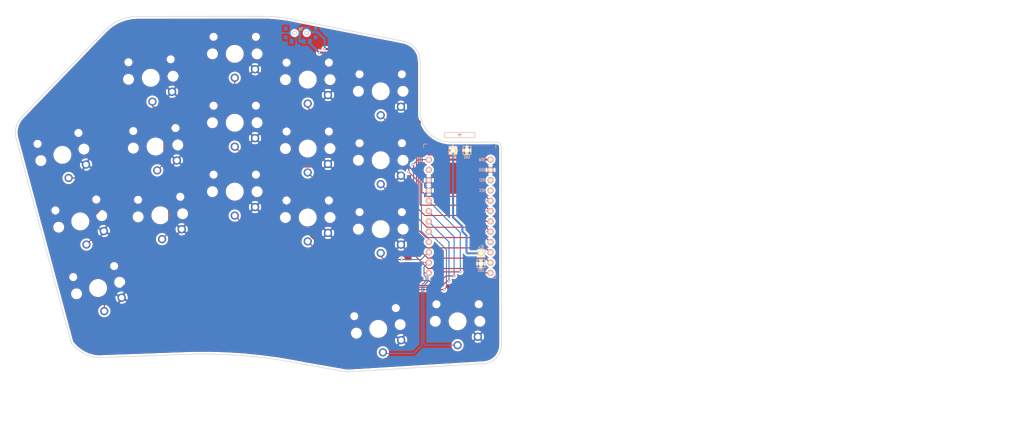
<source format=kicad_pcb>
(kicad_pcb (version 20171130) (host pcbnew "(5.1.10-1-10_14)")
  (title_block (title hypergolic) (date 2020-12-26) (rev 0.1) (company broomlabs))
  (layers (0 F.Cu signal) (31 B.Cu signal) (34 B.Paste user) (35 F.Paste user) (36 B.SilkS user) (37 F.SilkS user) (38 B.Mask user) (39 F.Mask user) (44 Edge.Cuts user))
  (net 0 "")
  (net 1 reset)
  (net 2 BT+)
  (net 3 gnd)
  (net 4 vcc)
  (net 5 Switch18)
  (net 6 Switch1)
  (net 7 Switch2)
  (net 8 Switch3)
  (net 9 Switch4)
  (net 10 Switch5)
  (net 11 Switch6)
  (net 12 Switch7)
  (net 13 Switch8)
  (net 14 Switch9)
  (net 15 Switch10)
  (net 16 Switch11)
  (net 17 Switch12)
  (net 18 Switch13)
  (net 19 Switch14)
  (net 20 Switch15)
  (net 21 Switch16)
  (net 22 Switch17)
  (net 23 "Net-(SW_POWER1-Pad1)")
  (net 24 raw)
  (module "" (layer F.Cu) (at 140.64 71.85)
    (fp_text reference "" (at 133.83 46.51) (layer F.SilkS) (effects (font (size 1.27 1.27))))
    (fp_text value "" (at 133.83 46.51) (layer F.SilkS) (effects (font (size 1.27 1.27))))
    (fp_text user BT+ (at 0.076 -1.55) (layer B.SilkS) (effects (font (size 0.75 0.5) (thickness 0.125)) (justify mirror)))
  )
  (module "" (layer F.Cu) (at 133.83 46.51)
    (fp_text reference "" (at 98 46.04) (layer F.SilkS) (effects (font (size 1.27 1.27))))
    (fp_text value "" (at 98 46.04) (layer F.SilkS) (effects (font (size 1.27 1.27))))
    (fp_text user BT+ (at 0.028 1.623) (layer B.SilkS) (effects (font (size 0.75 0.5) (thickness 0.125)) (justify mirror)))
  )
  (module Kailh:SW_PG1350_rev_DPB (layer F.Cu) (at 98 46.04)
    (fp_text reference SW11 hide)
    (fp_text value SW_Push hide)
    (pad "" np_thru_hole circle (at -5.5 0) (size 1.7018 1.7018) (drill 1.7018) (layers *.Cu *.Mask))
    (pad "" np_thru_hole circle (at 5.5 0) (size 1.7018 1.7018) (drill 1.7018) (layers *.Cu *.Mask))
    (pad "" np_thru_hole circle (at 5.22 -4.2) (size 0.9906 0.9906) (drill 0.9906) (layers *.Cu *.Mask))
    (pad 1 thru_hole circle (at 0 5.9) (size 2.032 2.032) (drill 1.27) (layers *.Cu *.Mask) (net 14 Switch9))
    (pad 2 thru_hole circle (at 5 3.8) (size 2.032 2.032) (drill 1.27) (layers *.Cu *.Mask) (net 3 gnd))
    (pad "" np_thru_hole circle (at 0 0) (size 3.429 3.429) (drill 3.429) (layers *.Cu *.Mask))
    (pad 2 thru_hole circle (at 5 3.8) (size 2.032 2.032) (drill 1.27) (layers *.Cu *.Mask) (net 3 gnd))
    (pad "" np_thru_hole circle (at -5.22 -4.2) (size 0.9906 0.9906) (drill 0.9906) (layers *.Cu *.Mask))
  )
  (module Kailh:SW_PG1350_rev_DPB (layer F.Cu) (at 116 65.92)
    (fp_text reference SW18 hide)
    (fp_text value SW_Push hide)
    (pad "" np_thru_hole circle (at -5.5 0) (size 1.7018 1.7018) (drill 1.7018) (layers *.Cu *.Mask))
    (pad "" np_thru_hole circle (at 5.5 0) (size 1.7018 1.7018) (drill 1.7018) (layers *.Cu *.Mask))
    (pad "" np_thru_hole circle (at 5.22 -4.2) (size 0.9906 0.9906) (drill 0.9906) (layers *.Cu *.Mask))
    (pad 1 thru_hole circle (at 0 5.9) (size 2.032 2.032) (drill 1.27) (layers *.Cu *.Mask) (net 20 Switch15))
    (pad 2 thru_hole circle (at 5 3.8) (size 2.032 2.032) (drill 1.27) (layers *.Cu *.Mask) (net 3 gnd))
    (pad "" np_thru_hole circle (at 0 0) (size 3.429 3.429) (drill 3.429) (layers *.Cu *.Mask))
    (pad 2 thru_hole circle (at 5 3.8) (size 2.032 2.032) (drill 1.27) (layers *.Cu *.Mask) (net 3 gnd))
    (pad "" np_thru_hole circle (at -5.22 -4.2) (size 0.9906 0.9906) (drill 0.9906) (layers *.Cu *.Mask))
  )
  (module Kailh:SW_PG1350_rev_DPB (layer F.Cu) (at 59.2853 28.5816 4)
    (fp_text reference SW3 hide)
    (fp_text value SW_Push hide)
    (pad "" np_thru_hole circle (at -5.5 0 4) (size 1.7018 1.7018) (drill 1.7018) (layers *.Cu *.Mask))
    (pad "" np_thru_hole circle (at 5.5 0 4) (size 1.7018 1.7018) (drill 1.7018) (layers *.Cu *.Mask))
    (pad "" np_thru_hole circle (at 5.22 -4.2 4) (size 0.9906 0.9906) (drill 0.9906) (layers *.Cu *.Mask))
    (pad 1 thru_hole circle (at 0 5.9 4) (size 2.032 2.032) (drill 1.27) (layers *.Cu *.Mask) (net 7 Switch2))
    (pad 2 thru_hole circle (at 5 3.8 4) (size 2.032 2.032) (drill 1.27) (layers *.Cu *.Mask) (net 3 gnd))
    (pad "" np_thru_hole circle (at 0 0 4) (size 3.429 3.429) (drill 3.429) (layers *.Cu *.Mask))
    (pad 2 thru_hole circle (at 5 3.8 4) (size 2.032 2.032) (drill 1.27) (layers *.Cu *.Mask) (net 3 gnd))
    (pad "" np_thru_hole circle (at -5.22 -4.2 4) (size 0.9906 0.9906) (drill 0.9906) (layers *.Cu *.Mask))
  )
  (module Kailh:SW_PG1350_rev_DPB (layer F.Cu) (at 116 48.92)
    (fp_text reference SW12 hide)
    (fp_text value SW_Push hide)
    (pad "" np_thru_hole circle (at -5.5 0) (size 1.7018 1.7018) (drill 1.7018) (layers *.Cu *.Mask))
    (pad "" np_thru_hole circle (at 5.5 0) (size 1.7018 1.7018) (drill 1.7018) (layers *.Cu *.Mask))
    (pad "" np_thru_hole circle (at 5.22 -4.2) (size 0.9906 0.9906) (drill 0.9906) (layers *.Cu *.Mask))
    (pad 1 thru_hole circle (at 0 5.9) (size 2.032 2.032) (drill 1.27) (layers *.Cu *.Mask) (net 15 Switch10))
    (pad 2 thru_hole circle (at 5 3.8) (size 2.032 2.032) (drill 1.27) (layers *.Cu *.Mask) (net 3 gnd))
    (pad "" np_thru_hole circle (at 0 0) (size 3.429 3.429) (drill 3.429) (layers *.Cu *.Mask))
    (pad 2 thru_hole circle (at 5 3.8) (size 2.032 2.032) (drill 1.27) (layers *.Cu *.Mask) (net 3 gnd))
    (pad "" np_thru_hole circle (at -5.22 -4.2) (size 0.9906 0.9906) (drill 0.9906) (layers *.Cu *.Mask))
  )
  (module Kailh:SW_PG1350_rev_DPB (layer F.Cu) (at 134.966 88.646)
    (fp_text reference SW21 hide)
    (fp_text value SW_Push hide)
    (pad "" np_thru_hole circle (at -5.5 0) (size 1.7018 1.7018) (drill 1.7018) (layers *.Cu *.Mask))
    (pad "" np_thru_hole circle (at 5.5 0) (size 1.7018 1.7018) (drill 1.7018) (layers *.Cu *.Mask))
    (pad "" np_thru_hole circle (at 5.22 -4.2) (size 0.9906 0.9906) (drill 0.9906) (layers *.Cu *.Mask))
    (pad 1 thru_hole circle (at 0 5.9) (size 2.032 2.032) (drill 1.27) (layers *.Cu *.Mask) (net 22 Switch17))
    (pad 2 thru_hole circle (at 5 3.8) (size 2.032 2.032) (drill 1.27) (layers *.Cu *.Mask) (net 3 gnd))
    (pad "" np_thru_hole circle (at 0 0) (size 3.429 3.429) (drill 3.429) (layers *.Cu *.Mask))
    (pad 2 thru_hole circle (at 5 3.8) (size 2.032 2.032) (drill 1.27) (layers *.Cu *.Mask) (net 3 gnd))
    (pad "" np_thru_hole circle (at -5.22 -4.2) (size 0.9906 0.9906) (drill 0.9906) (layers *.Cu *.Mask))
  )
  (module Kailh:SW_PG1350_rev_DPB (layer F.Cu) (at 115.408 90.514 11)
    (fp_text reference SW20 hide)
    (fp_text value SW_Push hide)
    (pad "" np_thru_hole circle (at -5.5 0 11) (size 1.7018 1.7018) (drill 1.7018) (layers *.Cu *.Mask))
    (pad "" np_thru_hole circle (at 5.5 0 11) (size 1.7018 1.7018) (drill 1.7018) (layers *.Cu *.Mask))
    (pad "" np_thru_hole circle (at 5.22 -4.2 11) (size 0.9906 0.9906) (drill 0.9906) (layers *.Cu *.Mask))
    (pad 1 thru_hole circle (at 0 5.9 11) (size 2.032 2.032) (drill 1.27) (layers *.Cu *.Mask) (net 21 Switch16))
    (pad 2 thru_hole circle (at 5 3.8 11) (size 2.032 2.032) (drill 1.27) (layers *.Cu *.Mask) (net 3 gnd))
    (pad "" np_thru_hole circle (at 0 0 11) (size 3.429 3.429) (drill 3.429) (layers *.Cu *.Mask))
    (pad 2 thru_hole circle (at 5 3.8 11) (size 2.032 2.032) (drill 1.27) (layers *.Cu *.Mask) (net 3 gnd))
    (pad "" np_thru_hole circle (at -5.22 -4.2 11) (size 0.9906 0.9906) (drill 0.9906) (layers *.Cu *.Mask))
  )
  (module Kailh:SW_PG1350_rev_DPB (layer F.Cu) (at 98 63.045)
    (fp_text reference SW17 hide)
    (fp_text value SW_Push hide)
    (pad "" np_thru_hole circle (at -5.5 0) (size 1.7018 1.7018) (drill 1.7018) (layers *.Cu *.Mask))
    (pad "" np_thru_hole circle (at 5.5 0) (size 1.7018 1.7018) (drill 1.7018) (layers *.Cu *.Mask))
    (pad "" np_thru_hole circle (at 5.22 -4.2) (size 0.9906 0.9906) (drill 0.9906) (layers *.Cu *.Mask))
    (pad 1 thru_hole circle (at 0 5.9) (size 2.032 2.032) (drill 1.27) (layers *.Cu *.Mask) (net 19 Switch14))
    (pad 2 thru_hole circle (at 5 3.8) (size 2.032 2.032) (drill 1.27) (layers *.Cu *.Mask) (net 3 gnd))
    (pad "" np_thru_hole circle (at 0 0) (size 3.429 3.429) (drill 3.429) (layers *.Cu *.Mask))
    (pad 2 thru_hole circle (at 5 3.8) (size 2.032 2.032) (drill 1.27) (layers *.Cu *.Mask) (net 3 gnd))
    (pad "" np_thru_hole circle (at -5.22 -4.2) (size 0.9906 0.9906) (drill 0.9906) (layers *.Cu *.Mask))
  )
  (module Kailh:SW_PG1350_rev_DPB (layer F.Cu) (at 80 56.67)
    (fp_text reference SW16 hide)
    (fp_text value SW_Push hide)
    (pad "" np_thru_hole circle (at -5.5 0) (size 1.7018 1.7018) (drill 1.7018) (layers *.Cu *.Mask))
    (pad "" np_thru_hole circle (at 5.5 0) (size 1.7018 1.7018) (drill 1.7018) (layers *.Cu *.Mask))
    (pad "" np_thru_hole circle (at 5.22 -4.2) (size 0.9906 0.9906) (drill 0.9906) (layers *.Cu *.Mask))
    (pad 1 thru_hole circle (at 0 5.9) (size 2.032 2.032) (drill 1.27) (layers *.Cu *.Mask) (net 18 Switch13))
    (pad 2 thru_hole circle (at 5 3.8) (size 2.032 2.032) (drill 1.27) (layers *.Cu *.Mask) (net 3 gnd))
    (pad "" np_thru_hole circle (at 0 0) (size 3.429 3.429) (drill 3.429) (layers *.Cu *.Mask))
    (pad 2 thru_hole circle (at 5 3.8) (size 2.032 2.032) (drill 1.27) (layers *.Cu *.Mask) (net 3 gnd))
    (pad "" np_thru_hole circle (at -5.22 -4.2) (size 0.9906 0.9906) (drill 0.9906) (layers *.Cu *.Mask))
  )
  (module Kailh:SW_PG1350_rev_DPB (layer F.Cu) (at 61.6573 62.5037 4)
    (fp_text reference SW15 hide)
    (fp_text value SW_Push hide)
    (pad "" np_thru_hole circle (at -5.5 0 4) (size 1.7018 1.7018) (drill 1.7018) (layers *.Cu *.Mask))
    (pad "" np_thru_hole circle (at 5.5 0 4) (size 1.7018 1.7018) (drill 1.7018) (layers *.Cu *.Mask))
    (pad "" np_thru_hole circle (at 5.22 -4.2 4) (size 0.9906 0.9906) (drill 0.9906) (layers *.Cu *.Mask))
    (pad 1 thru_hole circle (at 0 5.9 4) (size 2.032 2.032) (drill 1.27) (layers *.Cu *.Mask) (net 17 Switch12))
    (pad 2 thru_hole circle (at 5 3.8 4) (size 2.032 2.032) (drill 1.27) (layers *.Cu *.Mask) (net 3 gnd))
    (pad "" np_thru_hole circle (at 0 0 4) (size 3.429 3.429) (drill 3.429) (layers *.Cu *.Mask))
    (pad 2 thru_hole circle (at 5 3.8 4) (size 2.032 2.032) (drill 1.27) (layers *.Cu *.Mask) (net 3 gnd))
    (pad "" np_thru_hole circle (at -5.22 -4.2 4) (size 0.9906 0.9906) (drill 0.9906) (layers *.Cu *.Mask))
  )
  (module Kailh:SW_PG1350_rev_DPB (layer F.Cu) (at 80 39.67)
    (fp_text reference SW10 hide)
    (fp_text value SW_Push hide)
    (pad "" np_thru_hole circle (at -5.5 0) (size 1.7018 1.7018) (drill 1.7018) (layers *.Cu *.Mask))
    (pad "" np_thru_hole circle (at 5.5 0) (size 1.7018 1.7018) (drill 1.7018) (layers *.Cu *.Mask))
    (pad "" np_thru_hole circle (at 5.22 -4.2) (size 0.9906 0.9906) (drill 0.9906) (layers *.Cu *.Mask))
    (pad 1 thru_hole circle (at 0 5.9) (size 2.032 2.032) (drill 1.27) (layers *.Cu *.Mask) (net 13 Switch8))
    (pad 2 thru_hole circle (at 5 3.8) (size 2.032 2.032) (drill 1.27) (layers *.Cu *.Mask) (net 3 gnd))
    (pad "" np_thru_hole circle (at 0 0) (size 3.429 3.429) (drill 3.429) (layers *.Cu *.Mask))
    (pad 2 thru_hole circle (at 5 3.8) (size 2.032 2.032) (drill 1.27) (layers *.Cu *.Mask) (net 3 gnd))
    (pad "" np_thru_hole circle (at -5.22 -4.2) (size 0.9906 0.9906) (drill 0.9906) (layers *.Cu *.Mask))
  )
  (module Kailh:SW_PG1350_rev_DPB (layer F.Cu) (at 116 31.92)
    (fp_text reference SW6 hide)
    (fp_text value SW_Push hide)
    (pad "" np_thru_hole circle (at -5.5 0) (size 1.7018 1.7018) (drill 1.7018) (layers *.Cu *.Mask))
    (pad "" np_thru_hole circle (at 5.5 0) (size 1.7018 1.7018) (drill 1.7018) (layers *.Cu *.Mask))
    (pad "" np_thru_hole circle (at 5.22 -4.2) (size 0.9906 0.9906) (drill 0.9906) (layers *.Cu *.Mask))
    (pad 1 thru_hole circle (at 0 5.9) (size 2.032 2.032) (drill 1.27) (layers *.Cu *.Mask) (net 10 Switch5))
    (pad 2 thru_hole circle (at 5 3.8) (size 2.032 2.032) (drill 1.27) (layers *.Cu *.Mask) (net 3 gnd))
    (pad "" np_thru_hole circle (at 0 0) (size 3.429 3.429) (drill 3.429) (layers *.Cu *.Mask))
    (pad 2 thru_hole circle (at 5 3.8) (size 2.032 2.032) (drill 1.27) (layers *.Cu *.Mask) (net 3 gnd))
    (pad "" np_thru_hole circle (at -5.22 -4.2) (size 0.9906 0.9906) (drill 0.9906) (layers *.Cu *.Mask))
  )
  (module Kailh:SW_PG1350_rev_DPB (layer F.Cu) (at 98 29.04)
    (fp_text reference SW5 hide)
    (fp_text value SW_Push hide)
    (pad "" np_thru_hole circle (at -5.5 0) (size 1.7018 1.7018) (drill 1.7018) (layers *.Cu *.Mask))
    (pad "" np_thru_hole circle (at 5.5 0) (size 1.7018 1.7018) (drill 1.7018) (layers *.Cu *.Mask))
    (pad "" np_thru_hole circle (at 5.22 -4.2) (size 0.9906 0.9906) (drill 0.9906) (layers *.Cu *.Mask))
    (pad 1 thru_hole circle (at 0 5.9) (size 2.032 2.032) (drill 1.27) (layers *.Cu *.Mask) (net 9 Switch4))
    (pad 2 thru_hole circle (at 5 3.8) (size 2.032 2.032) (drill 1.27) (layers *.Cu *.Mask) (net 3 gnd))
    (pad "" np_thru_hole circle (at 0 0) (size 3.429 3.429) (drill 3.429) (layers *.Cu *.Mask))
    (pad 2 thru_hole circle (at 5 3.8) (size 2.032 2.032) (drill 1.27) (layers *.Cu *.Mask) (net 3 gnd))
    (pad "" np_thru_hole circle (at -5.22 -4.2) (size 0.9906 0.9906) (drill 0.9906) (layers *.Cu *.Mask))
  )
  (module Kailh:SW_PG1350_rev_DPB (layer F.Cu) (at 80 22.68)
    (fp_text reference SW4 hide)
    (fp_text value SW_Push hide)
    (pad "" np_thru_hole circle (at -5.5 0) (size 1.7018 1.7018) (drill 1.7018) (layers *.Cu *.Mask))
    (pad "" np_thru_hole circle (at 5.5 0) (size 1.7018 1.7018) (drill 1.7018) (layers *.Cu *.Mask))
    (pad "" np_thru_hole circle (at 5.22 -4.2) (size 0.9906 0.9906) (drill 0.9906) (layers *.Cu *.Mask))
    (pad 1 thru_hole circle (at 0 5.9) (size 2.032 2.032) (drill 1.27) (layers *.Cu *.Mask) (net 8 Switch3))
    (pad 2 thru_hole circle (at 5 3.8) (size 2.032 2.032) (drill 1.27) (layers *.Cu *.Mask) (net 3 gnd))
    (pad "" np_thru_hole circle (at 0 0) (size 3.429 3.429) (drill 3.429) (layers *.Cu *.Mask))
    (pad 2 thru_hole circle (at 5 3.8) (size 2.032 2.032) (drill 1.27) (layers *.Cu *.Mask) (net 3 gnd))
    (pad "" np_thru_hole circle (at -5.22 -4.2) (size 0.9906 0.9906) (drill 0.9906) (layers *.Cu *.Mask))
  )
  (module Kailh:SW_PG1350_rev_DPB (layer F.Cu) (at 60.4711 45.5402 4)
    (fp_text reference SW9 hide)
    (fp_text value SW_Push hide)
    (pad "" np_thru_hole circle (at -5.5 0 4) (size 1.7018 1.7018) (drill 1.7018) (layers *.Cu *.Mask))
    (pad "" np_thru_hole circle (at 5.5 0 4) (size 1.7018 1.7018) (drill 1.7018) (layers *.Cu *.Mask))
    (pad "" np_thru_hole circle (at 5.22 -4.2 4) (size 0.9906 0.9906) (drill 0.9906) (layers *.Cu *.Mask))
    (pad 1 thru_hole circle (at 0 5.9 4) (size 2.032 2.032) (drill 1.27) (layers *.Cu *.Mask) (net 12 Switch7))
    (pad 2 thru_hole circle (at 5 3.8 4) (size 2.032 2.032) (drill 1.27) (layers *.Cu *.Mask) (net 3 gnd))
    (pad "" np_thru_hole circle (at 0 0 4) (size 3.429 3.429) (drill 3.429) (layers *.Cu *.Mask))
    (pad 2 thru_hole circle (at 5 3.8 4) (size 2.032 2.032) (drill 1.27) (layers *.Cu *.Mask) (net 3 gnd))
    (pad "" np_thru_hole circle (at -5.22 -4.2 4) (size 0.9906 0.9906) (drill 0.9906) (layers *.Cu *.Mask))
  )
  (module kbd:1pin_conn (layer F.Cu) (at 140.716 74.422)
    (fp_text reference GND (at 0 1.651) (layer B.SilkS) (effects (font (size 0.75 0.5) (thickness 0.125)) (justify mirror)))
    (fp_text value MountingHole_Pad hide)
    (pad 1 thru_hole circle (at 0 0) (size 1.397 1.397) (drill 0.8128) (layers *.Cu *.Mask F.SilkS) (net 3 gnd))
  )
  (module kbd:1pin_conn (layer F.Cu) (at 140.716 71.882)
    (fp_text reference " " (at 0 1.651) (layer F.SilkS) (effects (font (size 0.8128 0.8128))))
    (fp_text value Val** hide)
    (fp_text user " " (at 0 1.651) (layer B.SilkS) (effects (font (size 0.8128 0.8128)) (justify mirror)))
    (pad 1 thru_hole circle (at 0 0) (size 1.397 1.397) (drill 0.8128) (layers *.Cu *.Mask F.SilkS) (net 2 BT+))
  )
  (module kbd:ProMicro_DPB (layer B.Cu) (at 135.482 63.246 180)
    (fp_text reference U1 hide)
    (fp_text value ProMicro-kbd hide)
    (fp_text user VCC (at -5.478 6.858 unlocked) (layer B.SilkS) (effects (font (size 0.75 0.5) (thickness 0.125)) (justify mirror)))
    (fp_text user RST (at -5.478 9.398 unlocked) (layer B.SilkS) (effects (font (size 0.75 0.5) (thickness 0.125)) (justify mirror)))
    (fp_text user GND (at -5.478 11.938 unlocked) (layer B.SilkS) (effects (font (size 0.75 0.5) (thickness 0.125)) (justify mirror)))
    (fp_text user RAW (at -5.478 14.478 unlocked) (layer B.SilkS) (effects (font (size 0.75 0.5) (thickness 0.125)) (justify mirror)))
    (fp_text user "" (at -0.545 17.4) (layer B.SilkS) (effects (justify mirror)))
    (fp_text user "" (at -1.2515 16.256) (layer F.SilkS))
    (pad 1 thru_hole circle (at 7.6114 14.478 180) (size 1.524 1.524) (drill 0.8128) (layers *.Cu *.Mask B.SilkS) (net 15 Switch10))
    (pad 2 thru_hole circle (at 7.6114 11.938 180) (size 1.524 1.524) (drill 0.8128) (layers *.Cu *.Mask B.SilkS) (net 5 Switch18))
    (pad 3 thru_hole circle (at 7.6114 9.398 180) (size 1.524 1.524) (drill 0.8128) (layers *.Cu *.Mask B.SilkS) (net 3 gnd))
    (pad 4 thru_hole circle (at 7.6114 6.858 180) (size 1.524 1.524) (drill 0.8128) (layers *.Cu *.Mask B.SilkS) (net 3 gnd))
    (pad 5 thru_hole circle (at 7.6114 4.318 180) (size 1.524 1.524) (drill 0.8128) (layers *.Cu *.Mask B.SilkS) (net 16 Switch11))
    (pad 6 thru_hole circle (at 7.6114 1.778 180) (size 1.524 1.524) (drill 0.8128) (layers *.Cu *.Mask B.SilkS) (net 17 Switch12))
    (pad 7 thru_hole circle (at 7.6114 -0.762 180) (size 1.524 1.524) (drill 0.8128) (layers *.Cu *.Mask B.SilkS) (net 18 Switch13))
    (pad 8 thru_hole circle (at 7.6114 -3.302 180) (size 1.524 1.524) (drill 0.8128) (layers *.Cu *.Mask B.SilkS) (net 19 Switch14))
    (pad 9 thru_hole circle (at 7.6114 -5.842 180) (size 1.524 1.524) (drill 0.8128) (layers *.Cu *.Mask B.SilkS) (net 6 Switch1))
    (pad 10 thru_hole circle (at 7.6114 -8.382 180) (size 1.524 1.524) (drill 0.8128) (layers *.Cu *.Mask B.SilkS) (net 20 Switch15))
    (pad 11 thru_hole circle (at 7.6114 -10.922 180) (size 1.524 1.524) (drill 0.8128) (layers *.Cu *.Mask B.SilkS) (net 21 Switch16))
    (pad 12 thru_hole circle (at 7.6114 -13.462 180) (size 1.524 1.524) (drill 0.8128) (layers *.Cu *.Mask B.SilkS) (net 22 Switch17))
    (pad 13 thru_hole circle (at -7.6086 -13.462 180) (size 1.524 1.524) (drill 0.8128) (layers *.Cu *.Mask B.SilkS) (net 14 Switch9))
    (pad 14 thru_hole circle (at -7.6086 -10.922 180) (size 1.524 1.524) (drill 0.8128) (layers *.Cu *.Mask B.SilkS) (net 13 Switch8))
    (pad 15 thru_hole circle (at -7.6086 -8.382 180) (size 1.524 1.524) (drill 0.8128) (layers *.Cu *.Mask B.SilkS) (net 12 Switch7))
    (pad 16 thru_hole circle (at -7.6086 -5.842 180) (size 1.524 1.524) (drill 0.8128) (layers *.Cu *.Mask B.SilkS) (net 11 Switch6))
    (pad 17 thru_hole circle (at -7.6086 -3.302 180) (size 1.524 1.524) (drill 0.8128) (layers *.Cu *.Mask B.SilkS) (net 7 Switch2))
    (pad 18 thru_hole circle (at -7.6086 -0.762 180) (size 1.524 1.524) (drill 0.8128) (layers *.Cu *.Mask B.SilkS) (net 8 Switch3))
    (pad 19 thru_hole circle (at -7.6086 1.778 180) (size 1.524 1.524) (drill 0.8128) (layers *.Cu *.Mask B.SilkS) (net 9 Switch4))
    (pad 20 thru_hole circle (at -7.6086 4.318 180) (size 1.524 1.524) (drill 0.8128) (layers *.Cu *.Mask B.SilkS) (net 10 Switch5))
    (pad 21 thru_hole circle (at -7.6086 6.858 180) (size 1.524 1.524) (drill 0.8128) (layers *.Cu *.Mask B.SilkS) (net 4 vcc))
    (pad 22 thru_hole circle (at -7.6086 9.398 180) (size 1.524 1.524) (drill 0.8128) (layers *.Cu *.Mask B.SilkS) (net 1 reset))
    (pad 23 thru_hole circle (at -7.6086 11.938 180) (size 1.524 1.524) (drill 0.8128) (layers *.Cu *.Mask B.SilkS) (net 3 gnd))
    (pad 24 thru_hole circle (at -7.6086 14.478 180) (size 1.524 1.524) (drill 0.8128) (layers *.Cu *.Mask B.SilkS) (net 24 raw))
  )
  (module kbd:1pin_conn (layer F.Cu) (at 133.858 46.482)
    (fp_text reference " " (at 0 1.651) (layer F.SilkS) (effects (font (size 0.8128 0.8128))))
    (fp_text value Val** hide)
    (pad 1 thru_hole circle (at 0 0) (size 1.397 1.397) (drill 0.8128) (layers *.Cu *.Mask F.SilkS) (net 2 BT+))
  )
  (module Kailh:SW_PG1350_rev_DPB (layer F.Cu) (at 46.2925 80.4417 15)
    (fp_text reference SW14 hide)
    (fp_text value SW_Push hide)
    (pad "" np_thru_hole circle (at -5.5 0 15) (size 1.7018 1.7018) (drill 1.7018) (layers *.Cu *.Mask))
    (pad "" np_thru_hole circle (at 5.5 0 15) (size 1.7018 1.7018) (drill 1.7018) (layers *.Cu *.Mask))
    (pad "" np_thru_hole circle (at 5.22 -4.2 15) (size 0.9906 0.9906) (drill 0.9906) (layers *.Cu *.Mask))
    (pad 1 thru_hole circle (at 0 5.9 15) (size 2.032 2.032) (drill 1.27) (layers *.Cu *.Mask) (net 16 Switch11))
    (pad 2 thru_hole circle (at 5 3.8 15) (size 2.032 2.032) (drill 1.27) (layers *.Cu *.Mask) (net 3 gnd))
    (pad "" np_thru_hole circle (at 0 0 15) (size 3.429 3.429) (drill 3.429) (layers *.Cu *.Mask))
    (pad 2 thru_hole circle (at 5 3.8 15) (size 2.032 2.032) (drill 1.27) (layers *.Cu *.Mask) (net 3 gnd))
    (pad "" np_thru_hole circle (at -5.22 -4.2 15) (size 0.9906 0.9906) (drill 0.9906) (layers *.Cu *.Mask))
  )
  (module Kailh:SW_PG1350_rev_DPB (layer F.Cu) (at 41.8913 64.0161 15)
    (fp_text reference SW8 hide)
    (fp_text value SW_Push hide)
    (pad "" np_thru_hole circle (at -5.5 0 15) (size 1.7018 1.7018) (drill 1.7018) (layers *.Cu *.Mask))
    (pad "" np_thru_hole circle (at 5.5 0 15) (size 1.7018 1.7018) (drill 1.7018) (layers *.Cu *.Mask))
    (pad "" np_thru_hole circle (at 5.22 -4.2 15) (size 0.9906 0.9906) (drill 0.9906) (layers *.Cu *.Mask))
    (pad 1 thru_hole circle (at 0 5.9 15) (size 2.032 2.032) (drill 1.27) (layers *.Cu *.Mask) (net 11 Switch6))
    (pad 2 thru_hole circle (at 5 3.8 15) (size 2.032 2.032) (drill 1.27) (layers *.Cu *.Mask) (net 3 gnd))
    (pad "" np_thru_hole circle (at 0 0 15) (size 3.429 3.429) (drill 3.429) (layers *.Cu *.Mask))
    (pad 2 thru_hole circle (at 5 3.8 15) (size 2.032 2.032) (drill 1.27) (layers *.Cu *.Mask) (net 3 gnd))
    (pad "" np_thru_hole circle (at -5.22 -4.2 15) (size 0.9906 0.9906) (drill 0.9906) (layers *.Cu *.Mask))
  )
  (module Kailh:SW_PG1350_rev_DPB (layer F.Cu) (at 37.4914 47.5954 15)
    (fp_text reference SW2 hide)
    (fp_text value SW_Push hide)
    (pad "" np_thru_hole circle (at -5.5 0 15) (size 1.7018 1.7018) (drill 1.7018) (layers *.Cu *.Mask))
    (pad "" np_thru_hole circle (at 5.5 0 15) (size 1.7018 1.7018) (drill 1.7018) (layers *.Cu *.Mask))
    (pad "" np_thru_hole circle (at 5.22 -4.2 15) (size 0.9906 0.9906) (drill 0.9906) (layers *.Cu *.Mask))
    (pad 1 thru_hole circle (at 0 5.9 15) (size 2.032 2.032) (drill 1.27) (layers *.Cu *.Mask) (net 6 Switch1))
    (pad 2 thru_hole circle (at 5 3.8 15) (size 2.032 2.032) (drill 1.27) (layers *.Cu *.Mask) (net 3 gnd))
    (pad "" np_thru_hole circle (at 0 0 15) (size 3.429 3.429) (drill 3.429) (layers *.Cu *.Mask))
    (pad 2 thru_hole circle (at 5 3.8 15) (size 2.032 2.032) (drill 1.27) (layers *.Cu *.Mask) (net 3 gnd))
    (pad "" np_thru_hole circle (at -5.22 -4.2 15) (size 0.9906 0.9906) (drill 0.9906) (layers *.Cu *.Mask))
  )
  (module Kailh:SPDT_C128955 (layer B.Cu) (at 96.266 17.526 180)
    (fp_text reference SW (at 0 1) (layer B.SilkS) (effects (font (size 0.75 0.5) (thickness 0.125)) (justify mirror)))
    (fp_text value SW_SPDT)
    (pad 0 smd rect (at -3.7 1.1 180) (size 0.9 0.9) (layers B.Cu B.Paste B.Mask))
    (pad 0 smd rect (at -3.7 -1.1 180) (size 0.9 0.9) (layers B.Cu B.Paste B.Mask))
    (pad 0 smd rect (at 3.7 -1.1 180) (size 0.9 0.9) (layers B.Cu B.Paste B.Mask))
    (pad 0 smd rect (at 3.7 1.1 180) (size 0.9 0.9) (layers B.Cu B.Paste B.Mask))
    (pad 1 smd rect (at 2.25 -2.075 180) (size 0.9 1.25) (layers B.Cu B.Paste B.Mask) (net 23 "Net-(SW_POWER1-Pad1)"))
    (pad 3 smd rect (at -2.25 -2.075 180) (size 0.9 1.25) (layers B.Cu B.Paste B.Mask) (net 24 raw))
    (pad 2 smd rect (at -0.75 -2.075 180) (size 0.9 1.25) (layers B.Cu B.Paste B.Mask) (net 2 BT+))
    (pad "" np_thru_hole circle (at -1.5 0 180) (size 1 1) (drill 0.9) (layers *.Cu *.Mask))
    (pad "" np_thru_hole circle (at 1.5 0 180) (size 1 1) (drill 0.9) (layers *.Cu *.Mask))
  )
  (module kbd:1pin_conn (layer F.Cu) (at 137.262 46.482)
    (fp_text reference GND (at 0 1.651) (layer B.SilkS) (effects (font (size 0.75 0.5) (thickness 0.125)) (justify mirror)))
    (fp_text value MountingHole_Pad hide)
    (pad 1 thru_hole circle (at 0 0) (size 1.397 1.397) (drill 0.8128) (layers *.Cu *.Mask F.SilkS) (net 3 gnd))
  )
  (gr_line (start 107.952813 101.121456) (end 141.54832 99.06) (layer Edge.Cuts) (width 0.15))
  (gr_arc (start 107.793046 99.448186) (end 107.442 101.092) (angle -17.50894085) (layer Edge.Cuts) (width 0.15))
  (gr_arc (start 141.211619 94.488) (end 141.54832 99.06) (angle -85.78810506) (layer Edge.Cuts) (width 0.15))
  (gr_line (start 97.282 99.314) (end 107.442 101.092) (layer Edge.Cuts) (width 0.15))
  (gr_arc (start 86.891921 49.82479) (end 95.033607 14.351399) (angle -14.16454563) (layer Edge.Cuts) (width 0.15))
  (gr_arc (start 72.159282 219.965279) (end 69.451546 96.755903) (angle 13.02135768) (layer Edge.Cuts) (width 0.15))
  (gr_line (start 145.796 94.488) (end 145.78 78.232) (angle 90) (layer Edge.Cuts) (width 0.15))
  (gr_line (start 86.105472 13.437567) (end 56.134 13.462) (angle 90) (layer Edge.Cuts) (width 0.15))
  (gr_line (start 46.217948 97.605617) (end 69.451546 96.755903) (layer Edge.Cuts) (width 0.15))
  (gr_arc (start 133.35 36.82861) (end 125.73 36.974151) (angle -90.81459567) (layer Edge.Cuts) (width 0.15))
  (gr_arc (start 120.632493 24.59991) (end 125.73 25.146) (angle -87.32605082) (layer Edge.Cuts) (width 0.15))
  (gr_arc (start 46.994398 88.544346) (end 39.628398 93.878346) (angle -49.19263052) (layer Edge.Cuts) (width 0.15))
  (gr_line (start 47.676485 17.20335) (end 27.513839 38.16132) (angle 90) (layer Edge.Cuts) (width 0.15))
  (gr_arc (start 31.454299 42.103296) (end 27.513839 38.16132) (angle -63.29582795) (layer Edge.Cuts) (width 0.15))
  (gr_line (start 125.73 36.974151) (end 125.73 25.146) (angle 90) (layer Edge.Cuts) (width 0.15))
  (gr_arc (start 144.51 45.71) (end 145.78 45.72) (angle -94.05555909) (layer Edge.Cuts) (width 0.15))
  (gr_arc (start 56.134 24.892) (end 56.134 13.462) (angle -47.72631099) (layer Edge.Cuts) (width 0.15))
  (gr_line (start 144.430156 44.442473) (end 133.603859 44.445771) (angle 90) (layer Edge.Cuts) (width 0.15))
  (gr_line (start 26.162 43.852) (end 39.628398 93.878346) (angle 90) (layer Edge.Cuts) (width 0.15))
  (gr_line (start 145.78 78.232) (end 145.78 45.72) (angle 90) (layer Edge.Cuts) (width 0.15))
  (gr_line (start 121.415799 19.53343) (end 95.033607 14.351399) (angle 90) (layer Edge.Cuts) (width 0.15))
  (segment (start 93.98 53.594) (end 93.980002 53.593998) (width 0.25) (layer F.Cu) (net 0))
  (segment (start 106.119353 21.497333) (end 102.200667 21.497333) (width 0.5) (layer F.Cu) (net 2))
  (segment (start 122.91599 22.83999) (end 107.46201 22.83999) (width 0.5) (layer F.Cu) (net 2))
  (segment (start 124.968 24.892) (end 122.91599 22.83999) (width 0.5) (layer F.Cu) (net 2))
  (segment (start 125.638887 39.461114) (end 124.968 38.790227) (width 0.5) (layer F.Cu) (net 2))
  (segment (start 107.46201 22.83999) (end 106.119353 21.497333) (width 0.5) (layer F.Cu) (net 2))
  (segment (start 125.615574 39.484426) (end 125.638887 39.461114) (width 0.5) (layer F.Cu) (net 2))
  (segment (start 125.615574 43.548426) (end 125.615574 39.484426) (width 0.5) (layer F.Cu) (net 2))
  (segment (start 128.549148 46.482) (end 125.615574 43.548426) (width 0.5) (layer F.Cu) (net 2))
  (segment (start 124.968 38.790227) (end 124.968 24.892) (width 0.5) (layer F.Cu) (net 2))
  (segment (start 134.112 46.482) (end 128.549148 46.482) (width 0.5) (layer F.Cu) (net 2))
  (via (at 102.200667 21.497333) (size 0.6) (drill 0.4) (layers F.Cu B.Cu) (net 2))
  (segment (start 96.055 19.601) (end 97.016 19.601) (width 0.5) (layer B.Cu) (net 2))
  (segment (start 96.012 19.558) (end 96.055 19.601) (width 0.5) (layer B.Cu) (net 2))
  (segment (start 96.012 16.764) (end 96.012 19.558) (width 0.5) (layer B.Cu) (net 2))
  (segment (start 98.044 16.256) (end 96.52 16.256) (width 0.5) (layer B.Cu) (net 2))
  (segment (start 99.114001 17.326001) (end 98.044 16.256) (width 0.5) (layer B.Cu) (net 2))
  (segment (start 100.376003 17.326001) (end 99.114001 17.326001) (width 0.5) (layer B.Cu) (net 2))
  (segment (start 96.52 16.256) (end 96.012 16.764) (width 0.5) (layer B.Cu) (net 2))
  (segment (start 102.200667 19.150665) (end 100.376003 17.326001) (width 0.5) (layer B.Cu) (net 2))
  (segment (start 102.200667 21.497333) (end 102.200667 19.150665) (width 0.5) (layer B.Cu) (net 2))
  (segment (start 133.858 46.482) (end 133.858 62.992) (width 0.5) (layer B.Cu) (net 2))
  (segment (start 136.144 66.488214) (end 137.16 67.504214) (width 0.5) (layer B.Cu) (net 2))
  (segment (start 136.144 65.278) (end 136.144 66.488214) (width 0.5) (layer B.Cu) (net 2))
  (segment (start 133.858 62.992) (end 136.144 65.278) (width 0.5) (layer B.Cu) (net 2))
  (segment (start 137.414 71.882) (end 137.16 71.628) (width 0.5) (layer B.Cu) (net 2))
  (segment (start 140.716 71.882) (end 137.414 71.882) (width 0.5) (layer B.Cu) (net 2))
  (segment (start 137.16 67.504214) (end 137.16 71.628) (width 0.5) (layer B.Cu) (net 2))
  (via (at 122.936 51.816) (size 0.6) (drill 0.4) (layers F.Cu B.Cu) (net 6))
  (segment (start 42.209897 53.294362) (end 39.018432 53.294362) (width 0.25) (layer F.Cu) (net 6))
  (segment (start 46.736129 44.957871) (end 46.736129 48.768129) (width 0.25) (layer F.Cu) (net 6))
  (segment (start 55.446162 36.247838) (end 46.736129 44.957871) (width 0.25) (layer F.Cu) (net 6))
  (segment (start 122.130425 40.978835) (end 111.844835 40.978835) (width 0.25) (layer F.Cu) (net 6))
  (segment (start 123.799954 46.634046) (end 122.436762 45.270854) (width 0.25) (layer F.Cu) (net 6))
  (segment (start 92.3372 37.73002) (end 86.92317 32.31599) (width 0.25) (layer F.Cu) (net 6))
  (segment (start 122.436762 45.270854) (end 122.436762 41.410762) (width 0.25) (layer F.Cu) (net 6))
  (segment (start 46.736129 48.768129) (end 42.209897 53.294362) (width 0.25) (layer F.Cu) (net 6))
  (segment (start 122.37501 41.22342) (end 122.130425 40.978835) (width 0.25) (layer F.Cu) (net 6))
  (segment (start 108.59602 37.73002) (end 92.3372 37.73002) (width 0.25) (layer F.Cu) (net 6))
  (segment (start 122.436762 41.410762) (end 122.37501 41.34901) (width 0.25) (layer F.Cu) (net 6))
  (segment (start 122.37501 41.34901) (end 122.37501 41.22342) (width 0.25) (layer F.Cu) (net 6))
  (segment (start 111.844835 40.978835) (end 108.59602 37.73002) (width 0.25) (layer F.Cu) (net 6))
  (segment (start 64.178229 36.247837) (end 55.446162 36.247838) (width 0.25) (layer F.Cu) (net 6))
  (segment (start 68.12999 32.31599) (end 68.120033 32.306033) (width 0.25) (layer F.Cu) (net 6))
  (segment (start 86.92317 32.31599) (end 68.12999 32.31599) (width 0.25) (layer F.Cu) (net 6))
  (segment (start 68.120033 32.306033) (end 64.178229 36.247837) (width 0.25) (layer F.Cu) (net 6))
  (segment (start 122.936 49.225908) (end 122.936 51.816) (width 0.25) (layer F.Cu) (net 6))
  (segment (start 123.799954 48.361954) (end 122.936 49.225908) (width 0.25) (layer F.Cu) (net 6))
  (segment (start 123.799954 48.361954) (end 123.799954 46.634046) (width 0.25) (layer F.Cu) (net 6))
  (segment (start 122.936 51.816) (end 126.055001 54.935001) (width 0.25) (layer B.Cu) (net 6))
  (segment (start 127.7706 68.156762) (end 127.7706 69.088) (width 0.25) (layer B.Cu) (net 6))
  (segment (start 126.055001 66.441163) (end 127.7706 68.156762) (width 0.25) (layer B.Cu) (net 6))
  (segment (start 126.055001 54.935001) (end 126.055001 66.441163) (width 0.25) (layer B.Cu) (net 6))
  (segment (start 122.316825 40.528825) (end 122.34295 40.55495) (width 0.25) (layer F.Cu) (net 7))
  (segment (start 122.886772 44.532002) (end 124.816969 46.462199) (width 0.25) (layer F.Cu) (net 7))
  (segment (start 122.886772 41.098772) (end 122.886772 44.532002) (width 0.25) (layer F.Cu) (net 7))
  (segment (start 122.316825 40.528825) (end 122.886772 41.098772) (width 0.25) (layer F.Cu) (net 7))
  (segment (start 122.062825 40.528825) (end 122.316825 40.528825) (width 0.25) (layer F.Cu) (net 7))
  (segment (start 112.154005 40.528825) (end 122.062825 40.528825) (width 0.25) (layer F.Cu) (net 7))
  (segment (start 92.5236 37.28001) (end 108.90519 37.28001) (width 0.25) (layer F.Cu) (net 7))
  (segment (start 87.099614 31.856024) (end 92.5236 37.28001) (width 0.25) (layer F.Cu) (net 7))
  (segment (start 63.991828 35.797828) (end 67.933632 31.856024) (width 0.25) (layer F.Cu) (net 7))
  (segment (start 108.90519 37.28001) (end 112.154005 40.528825) (width 0.25) (layer F.Cu) (net 7))
  (segment (start 67.933632 31.856024) (end 87.099614 31.856024) (width 0.25) (layer F.Cu) (net 7))
  (segment (start 142.155238 66.548) (end 143.8004 66.548) (width 0.25) (layer F.Cu) (net 7))
  (segment (start 127.436999 65.460999) (end 141.903599 65.460999) (width 0.25) (layer F.Cu) (net 7))
  (segment (start 124.816969 46.462199) (end 124.816969 62.635031) (width 0.25) (layer F.Cu) (net 7))
  (segment (start 141.903599 65.460999) (end 142.9906 66.548) (width 0.25) (layer F.Cu) (net 7))
  (segment (start 124.816969 62.840969) (end 127.436999 65.460999) (width 0.25) (layer F.Cu) (net 7))
  (segment (start 124.816969 62.635031) (end 124.816969 62.840969) (width 0.25) (layer F.Cu) (net 7))
  (segment (start 59.927828 35.797828) (end 60.689828 35.797828) (width 0.25) (layer F.Cu) (net 7))
  (segment (start 59.696863 35.566863) (end 59.927828 35.797828) (width 0.25) (layer F.Cu) (net 7))
  (segment (start 59.696863 34.467228) (end 59.696863 35.566863) (width 0.25) (layer F.Cu) (net 7))
  (segment (start 60.689828 35.797828) (end 63.991828 35.797828) (width 0.25) (layer F.Cu) (net 7))
  (segment (start 123.336782 44.345602) (end 125.266979 46.275799) (width 0.25) (layer F.Cu) (net 8))
  (segment (start 123.336782 40.786782) (end 123.336782 44.345602) (width 0.25) (layer F.Cu) (net 8))
  (segment (start 112.340405 40.078815) (end 122.628815 40.078815) (width 0.25) (layer F.Cu) (net 8))
  (segment (start 92.71 36.83) (end 109.09159 36.83) (width 0.25) (layer F.Cu) (net 8))
  (segment (start 87.286014 31.406014) (end 92.71 36.83) (width 0.25) (layer F.Cu) (net 8))
  (segment (start 122.628815 40.078815) (end 123.336782 40.786782) (width 0.25) (layer F.Cu) (net 8))
  (segment (start 109.09159 36.83) (end 112.340405 40.078815) (width 0.25) (layer F.Cu) (net 8))
  (segment (start 142.24 64.008) (end 143.8004 64.008) (width 0.25) (layer F.Cu) (net 8))
  (segment (start 142.017218 64.008) (end 142.24 64.008) (width 0.25) (layer F.Cu) (net 8))
  (segment (start 126.906959 62.555001) (end 140.564219 62.555001) (width 0.25) (layer F.Cu) (net 8))
  (segment (start 125.266979 60.915021) (end 126.906959 62.555001) (width 0.25) (layer F.Cu) (net 8))
  (segment (start 125.266979 46.275799) (end 125.266979 60.915021) (width 0.25) (layer F.Cu) (net 8))
  (segment (start 140.564219 62.555001) (end 142.017218 64.008) (width 0.25) (layer F.Cu) (net 8))
  (segment (start 80 30.47) (end 80.936014 31.406014) (width 0.25) (layer F.Cu) (net 8))
  (segment (start 80 28.58) (end 80 30.47) (width 0.25) (layer F.Cu) (net 8))
  (segment (start 80.936014 31.406014) (end 87.286014 31.406014) (width 0.25) (layer F.Cu) (net 8))
  (segment (start 123.367019 39.628805) (end 123.786791 40.048577) (width 0.25) (layer F.Cu) (net 9))
  (segment (start 123.786791 40.048577) (end 123.786791 44.159201) (width 0.25) (layer F.Cu) (net 9))
  (segment (start 109.27799 36.37999) (end 112.526805 39.628805) (width 0.25) (layer F.Cu) (net 9))
  (segment (start 123.786791 44.159201) (end 125.716989 46.089399) (width 0.25) (layer F.Cu) (net 9))
  (segment (start 112.526805 39.628805) (end 123.367019 39.628805) (width 0.25) (layer F.Cu) (net 9))
  (segment (start 142.155238 61.468) (end 143.8004 61.468) (width 0.25) (layer F.Cu) (net 9))
  (segment (start 141.537601 60.015001) (end 142.9906 61.468) (width 0.25) (layer F.Cu) (net 9))
  (segment (start 125.801001 60.015001) (end 141.537601 60.015001) (width 0.25) (layer F.Cu) (net 9))
  (segment (start 125.716989 59.930989) (end 125.801001 60.015001) (width 0.25) (layer F.Cu) (net 9))
  (segment (start 125.716989 46.089399) (end 125.716989 59.930989) (width 0.25) (layer F.Cu) (net 9))
  (segment (start 98 35.88598) (end 98.49401 36.37999) (width 0.25) (layer F.Cu) (net 9))
  (segment (start 98 34.94) (end 98 35.88598) (width 0.25) (layer F.Cu) (net 9))
  (segment (start 98.49401 36.37999) (end 109.27799 36.37999) (width 0.25) (layer F.Cu) (net 9))
  (segment (start 124.236801 43.972801) (end 126.166999 45.902999) (width 0.25) (layer F.Cu) (net 10))
  (segment (start 124.236801 39.862177) (end 124.236801 43.972801) (width 0.25) (layer F.Cu) (net 10))
  (segment (start 123.553419 39.178795) (end 124.236801 39.862177) (width 0.25) (layer F.Cu) (net 10))
  (segment (start 142.155238 58.928) (end 143.8004 58.928) (width 0.25) (layer F.Cu) (net 10))
  (segment (start 141.903599 57.840999) (end 142.9906 58.928) (width 0.25) (layer F.Cu) (net 10))
  (segment (start 127.436999 57.840999) (end 141.903599 57.840999) (width 0.25) (layer F.Cu) (net 10))
  (segment (start 126.563001 56.967001) (end 127.436999 57.840999) (width 0.25) (layer F.Cu) (net 10))
  (segment (start 126.166999 56.967001) (end 126.563001 56.967001) (width 0.25) (layer F.Cu) (net 10))
  (segment (start 126.166999 45.902999) (end 126.166999 56.967001) (width 0.25) (layer F.Cu) (net 10))
  (segment (start 116 37.82) (end 117.285205 39.105205) (width 0.25) (layer F.Cu) (net 10))
  (segment (start 117.285205 39.178795) (end 123.553419 39.178795) (width 0.25) (layer F.Cu) (net 10))
  (segment (start 117.285205 39.105205) (end 117.285205 39.178795) (width 0.25) (layer F.Cu) (net 10))
  (segment (start 44.45 63.606153) (end 44.45 68.683394) (width 0.25) (layer F.Cu) (net 11))
  (segment (start 47.186139 45.144271) (end 47.186139 60.870014) (width 0.25) (layer F.Cu) (net 11))
  (segment (start 55.632564 36.697846) (end 47.186139 45.144271) (width 0.25) (layer F.Cu) (net 11))
  (segment (start 64.364628 36.697846) (end 55.632564 36.697846) (width 0.25) (layer F.Cu) (net 11))
  (segment (start 47.186139 60.870014) (end 44.45 63.606153) (width 0.25) (layer F.Cu) (net 11))
  (segment (start 68.296476 32.766) (end 64.364628 36.697846) (width 0.25) (layer F.Cu) (net 11))
  (segment (start 86.73677 32.766) (end 68.296476 32.766) (width 0.25) (layer F.Cu) (net 11))
  (segment (start 44.45 68.683394) (end 43.418332 69.715062) (width 0.25) (layer F.Cu) (net 11))
  (segment (start 125.73 66.548) (end 125.73 66.500436) (width 0.25) (layer F.Cu) (net 11))
  (segment (start 125.814619 66.632619) (end 125.73 66.548) (width 0.25) (layer F.Cu) (net 11))
  (segment (start 92.150799 38.180029) (end 86.73677 32.766) (width 0.25) (layer F.Cu) (net 11))
  (segment (start 106.68 50.770293) (end 106.68 38.608) (width 0.25) (layer F.Cu) (net 11))
  (segment (start 106.68 38.608) (end 106.25203 38.18003) (width 0.25) (layer F.Cu) (net 11))
  (segment (start 106.25203 38.18003) (end 92.150799 38.180029) (width 0.25) (layer F.Cu) (net 11))
  (segment (start 111.304717 55.39501) (end 110.885854 54.976146) (width 0.25) (layer F.Cu) (net 11))
  (segment (start 110.885854 54.976146) (end 106.68 50.770293) (width 0.25) (layer F.Cu) (net 11))
  (segment (start 141.903599 68.000999) (end 142.9906 69.088) (width 0.25) (layer F.Cu) (net 11))
  (segment (start 124.737782 65.555782) (end 127.182999 68.000999) (width 0.25) (layer F.Cu) (net 11))
  (segment (start 124.737782 65.508218) (end 124.737782 65.555782) (width 0.25) (layer F.Cu) (net 11))
  (segment (start 124.36696 57.806534) (end 124.366959 65.137395) (width 0.25) (layer F.Cu) (net 11))
  (segment (start 123.180388 56.619962) (end 124.36696 57.806534) (width 0.25) (layer F.Cu) (net 11))
  (segment (start 124.366959 65.137395) (end 124.737782 65.508218) (width 0.25) (layer F.Cu) (net 11))
  (segment (start 112.52967 56.619962) (end 123.180388 56.619962) (width 0.25) (layer F.Cu) (net 11))
  (segment (start 127.182999 68.000999) (end 141.903599 68.000999) (width 0.25) (layer F.Cu) (net 11))
  (segment (start 110.885854 54.976146) (end 112.52967 56.619962) (width 0.25) (layer F.Cu) (net 11))
  (segment (start 123.916949 58.464661) (end 123.916949 65.371359) (width 0.25) (layer F.Cu) (net 12))
  (segment (start 123.916949 65.371359) (end 125.364609 66.819019) (width 0.25) (layer F.Cu) (net 12))
  (segment (start 68.63799 33.21601) (end 86.55037 33.21601) (width 0.25) (layer F.Cu) (net 12))
  (segment (start 106.065628 38.630038) (end 106.22999 38.7944) (width 0.25) (layer F.Cu) (net 12))
  (segment (start 106.229991 50.956694) (end 112.343269 57.069971) (width 0.25) (layer F.Cu) (net 12))
  (segment (start 122.52226 57.069972) (end 123.916949 58.464661) (width 0.25) (layer F.Cu) (net 12))
  (segment (start 86.55037 33.21601) (end 91.9644 38.630038) (width 0.25) (layer F.Cu) (net 12))
  (segment (start 91.9644 38.630038) (end 106.065628 38.630038) (width 0.25) (layer F.Cu) (net 12))
  (segment (start 112.343269 57.069971) (end 122.52226 57.069972) (width 0.25) (layer F.Cu) (net 12))
  (segment (start 106.22999 38.7944) (end 106.229991 50.956694) (width 0.25) (layer F.Cu) (net 12))
  (segment (start 141.903599 70.540999) (end 142.9906 71.628) (width 0.25) (layer F.Cu) (net 12))
  (segment (start 127.436999 70.540999) (end 141.903599 70.540999) (width 0.25) (layer F.Cu) (net 12))
  (segment (start 125.364609 68.468609) (end 127.436999 70.540999) (width 0.25) (layer F.Cu) (net 12))
  (segment (start 125.364609 67.675391) (end 125.364609 68.468609) (width 0.25) (layer F.Cu) (net 12))
  (segment (start 125.364609 66.819019) (end 125.364609 67.675391) (width 0.25) (layer F.Cu) (net 12))
  (segment (start 62.510601 39.343399) (end 64.77 37.084) (width 0.25) (layer F.Cu) (net 12))
  (segment (start 62.510601 49.79789) (end 62.510601 39.343399) (width 0.25) (layer F.Cu) (net 12))
  (segment (start 60.882663 51.425828) (end 62.510601 49.79789) (width 0.25) (layer F.Cu) (net 12))
  (segment (start 64.77 37.084) (end 68.63799 33.21601) (width 0.25) (layer F.Cu) (net 12))
  (segment (start 64.706144 37.147856) (end 64.77 37.084) (width 0.25) (layer F.Cu) (net 12))
  (segment (start 91.9644 38.630038) (end 93.903336 38.630038) (width 0.25) (layer F.Cu) (net 12))
  (segment (start 122.993988 57.069972) (end 123.91695 57.992935) (width 0.25) (layer F.Cu) (net 12))
  (segment (start 123.91695 57.992935) (end 123.91695 65.37136) (width 0.25) (layer F.Cu) (net 12))
  (segment (start 112.34327 57.069972) (end 122.993988 57.069972) (width 0.25) (layer F.Cu) (net 12))
  (segment (start 83.269308 33.21601) (end 86.55037 33.21601) (width 0.25) (layer F.Cu) (net 12))
  (segment (start 124.914599 67.256599) (end 124.9146 68.5266) (width 0.25) (layer F.Cu) (net 13))
  (segment (start 124.914599 68.526599) (end 124.9146 68.5266) (width 0.25) (layer F.Cu) (net 13))
  (segment (start 141.903599 73.080999) (end 142.9906 74.168) (width 0.25) (layer F.Cu) (net 13))
  (segment (start 127.614837 73.080999) (end 141.903599 73.080999) (width 0.25) (layer F.Cu) (net 13))
  (segment (start 124.914599 70.380761) (end 127.614837 73.080999) (width 0.25) (layer F.Cu) (net 13))
  (segment (start 124.914599 68.526599) (end 124.914599 70.380761) (width 0.25) (layer F.Cu) (net 13))
  (segment (start 96.572999 50.598999) (end 99.112999 50.598999) (width 0.25) (layer F.Cu) (net 13))
  (segment (start 100.387989 53.143989) (end 107.780877 53.143989) (width 0.25) (layer F.Cu) (net 13))
  (segment (start 123.466939 65.557759) (end 124.914599 67.005419) (width 0.25) (layer F.Cu) (net 13))
  (segment (start 112.156871 57.519981) (end 122.335859 57.519981) (width 0.25) (layer F.Cu) (net 13))
  (segment (start 100.076 51.562) (end 100.076 52.832) (width 0.25) (layer F.Cu) (net 13))
  (segment (start 107.780877 53.143989) (end 112.156871 57.519981) (width 0.25) (layer F.Cu) (net 13))
  (segment (start 122.335859 57.519981) (end 123.466939 58.651061) (width 0.25) (layer F.Cu) (net 13))
  (segment (start 100.076 52.832) (end 100.387989 53.143989) (width 0.25) (layer F.Cu) (net 13))
  (segment (start 123.466939 58.651061) (end 123.466939 65.557759) (width 0.25) (layer F.Cu) (net 13))
  (segment (start 93.345 52.959) (end 95.885 52.959) (width 0.25) (layer F.Cu) (net 13))
  (segment (start 95.885 52.959) (end 96.012 52.832) (width 0.25) (layer F.Cu) (net 13))
  (segment (start 124.914599 67.005419) (end 124.914599 68.526599) (width 0.25) (layer F.Cu) (net 13))
  (segment (start 99.112999 50.598999) (end 100.076 51.562) (width 0.25) (layer F.Cu) (net 13))
  (segment (start 96.012 51.159998) (end 96.572999 50.598999) (width 0.25) (layer F.Cu) (net 13))
  (segment (start 96.012 52.832) (end 96.012 51.159998) (width 0.25) (layer F.Cu) (net 13))
  (segment (start 87.63 47.244) (end 93.345 52.959) (width 0.25) (layer F.Cu) (net 13))
  (segment (start 81.674 47.244) (end 87.63 47.244) (width 0.25) (layer F.Cu) (net 13))
  (segment (start 80 45.57) (end 81.674 47.244) (width 0.25) (layer F.Cu) (net 13))
  (segment (start 123.016929 65.744159) (end 124.267385 66.994615) (width 0.25) (layer F.Cu) (net 14))
  (segment (start 123.016929 58.856681) (end 123.016929 65.744159) (width 0.25) (layer F.Cu) (net 14))
  (segment (start 122.130239 57.969991) (end 123.016929 58.856681) (width 0.25) (layer F.Cu) (net 14))
  (segment (start 111.97047 57.96999) (end 122.130239 57.969991) (width 0.25) (layer F.Cu) (net 14))
  (segment (start 107.640434 53.639956) (end 111.97047 57.96999) (width 0.25) (layer F.Cu) (net 14))
  (segment (start 106.471956 53.639956) (end 107.640434 53.639956) (width 0.25) (layer F.Cu) (net 14))
  (segment (start 106.425999 53.593999) (end 106.471956 53.639956) (width 0.25) (layer F.Cu) (net 14))
  (segment (start 124.267385 66.994615) (end 124.267385 71.312615) (width 0.25) (layer F.Cu) (net 14))
  (segment (start 140.716 76.708) (end 142.9906 76.708) (width 0.25) (layer F.Cu) (net 14))
  (segment (start 139.628999 75.620999) (end 140.716 76.708) (width 0.25) (layer F.Cu) (net 14))
  (segment (start 127.614837 75.620999) (end 139.628999 75.620999) (width 0.25) (layer F.Cu) (net 14))
  (segment (start 124.267385 72.273547) (end 127.614837 75.620999) (width 0.25) (layer F.Cu) (net 14))
  (segment (start 124.267385 71.312615) (end 124.267385 72.273547) (width 0.25) (layer F.Cu) (net 14))
  (segment (start 99.653999 53.593999) (end 100.330001 53.593999) (width 0.25) (layer F.Cu) (net 14))
  (segment (start 98 51.94) (end 99.653999 53.593999) (width 0.25) (layer F.Cu) (net 14))
  (segment (start 100.330001 53.593999) (end 106.425999 53.593999) (width 0.25) (layer F.Cu) (net 14))
  (via (at 123.952 50.038) (size 0.6) (drill 0.4) (layers F.Cu B.Cu) (net 15))
  (segment (start 124.12597 50.21197) (end 123.952 50.038) (width 0.25) (layer F.Cu) (net 15))
  (segment (start 124.12597 51.38803) (end 124.12597 50.21197) (width 0.25) (layer F.Cu) (net 15))
  (segment (start 124.12597 51.38803) (end 124.12597 50.46597) (width 0.25) (layer F.Cu) (net 15))
  (segment (start 124.12597 55.03797) (end 124.12597 51.38803) (width 0.25) (layer F.Cu) (net 15))
  (segment (start 124.12597 55.03797) (end 124.12597 55.410772) (width 0.25) (layer F.Cu) (net 15))
  (segment (start 123.36679 56.169952) (end 123.931371 55.605371) (width 0.25) (layer F.Cu) (net 15))
  (segment (start 123.931371 55.605371) (end 123.366788 56.169952) (width 0.25) (layer F.Cu) (net 15))
  (segment (start 124.12597 55.410772) (end 123.931371 55.605371) (width 0.25) (layer F.Cu) (net 15))
  (segment (start 125.222 48.768) (end 123.952 50.038) (width 0.25) (layer B.Cu) (net 15))
  (segment (start 127.7706 48.768) (end 125.222 48.768) (width 0.25) (layer B.Cu) (net 15))
  (segment (start 127.660593 48.655193) (end 127.7734 48.768) (width 0.25) (layer F.Cu) (net 15))
  (segment (start 116 54.82) (end 117.312048 56.132048) (width 0.25) (layer F.Cu) (net 15))
  (segment (start 117.312048 56.169952) (end 123.36679 56.169952) (width 0.25) (layer F.Cu) (net 15))
  (segment (start 117.312048 56.132048) (end 117.312048 56.169952) (width 0.25) (layer F.Cu) (net 15))
  (via (at 135.636 76.454) (size 0.6) (drill 0.4) (layers F.Cu B.Cu) (net 16))
  (segment (start 135.636 66.7934) (end 127.7706 58.928) (width 0.25) (layer B.Cu) (net 16))
  (segment (start 135.636 76.454) (end 135.636 66.7934) (width 0.25) (layer B.Cu) (net 16))
  (segment (start 128.27 78.994) (end 130.81 76.454) (width 0.25) (layer F.Cu) (net 16))
  (segment (start 125.84598 78.62402) (end 127.90002 78.62402) (width 0.25) (layer F.Cu) (net 16))
  (segment (start 130.81 76.454) (end 135.636 76.454) (width 0.25) (layer F.Cu) (net 16))
  (segment (start 125.84598 76.31598) (end 125.84598 78.62402) (width 0.25) (layer F.Cu) (net 16))
  (segment (start 123.75599 74.22599) (end 125.84598 76.31598) (width 0.25) (layer F.Cu) (net 16))
  (segment (start 47.819532 86.140662) (end 47.819532 84.703822) (width 0.25) (layer F.Cu) (net 16))
  (segment (start 109.53199 74.22599) (end 123.75599 74.22599) (width 0.25) (layer F.Cu) (net 16))
  (segment (start 54.102 55.372) (end 66.548 55.372) (width 0.25) (layer F.Cu) (net 16))
  (segment (start 53.446643 79.076711) (end 53.446643 56.027357) (width 0.25) (layer F.Cu) (net 16))
  (segment (start 87.443599 47.694009) (end 93.793599 54.044009) (width 0.25) (layer F.Cu) (net 16))
  (segment (start 127.90002 78.62402) (end 128.27 78.994) (width 0.25) (layer F.Cu) (net 16))
  (segment (start 53.446643 56.027357) (end 54.102 55.372) (width 0.25) (layer F.Cu) (net 16))
  (segment (start 47.819532 84.703822) (end 53.446643 79.076711) (width 0.25) (layer F.Cu) (net 16))
  (segment (start 66.548 55.372) (end 74.225991 47.694009) (width 0.25) (layer F.Cu) (net 16))
  (segment (start 74.225991 47.694009) (end 87.443599 47.694009) (width 0.25) (layer F.Cu) (net 16))
  (segment (start 105.86001 55.4396) (end 105.86001 70.55401) (width 0.25) (layer F.Cu) (net 16))
  (segment (start 105.86001 70.55401) (end 109.53199 74.22599) (width 0.25) (layer F.Cu) (net 16))
  (segment (start 93.793599 54.044009) (end 104.464419 54.044009) (width 0.25) (layer F.Cu) (net 16))
  (segment (start 104.464419 54.044009) (end 105.86001 55.4396) (width 0.25) (layer F.Cu) (net 16))
  (segment (start 125.65958 79.81399) (end 129.73601 79.81399) (width 0.25) (layer F.Cu) (net 17))
  (segment (start 125.65958 79.81399) (end 125.92601 79.81399) (width 0.25) (layer F.Cu) (net 17))
  (segment (start 125.67201 79.81399) (end 125.92601 79.81399) (width 0.25) (layer F.Cu) (net 17))
  (segment (start 104.902 55.118) (end 105.41 55.626) (width 0.25) (layer F.Cu) (net 17))
  (segment (start 125.222 79.37641) (end 125.538795 79.693205) (width 0.25) (layer F.Cu) (net 17))
  (segment (start 125.538795 79.693205) (end 125.65958 79.81399) (width 0.25) (layer F.Cu) (net 17))
  (segment (start 105.41 70.866) (end 108.712 74.168) (width 0.25) (layer F.Cu) (net 17))
  (segment (start 125.222 76.454) (end 125.222 79.37641) (width 0.25) (layer F.Cu) (net 17))
  (segment (start 105.41 55.626) (end 105.41 70.866) (width 0.25) (layer F.Cu) (net 17))
  (segment (start 66.85999 55.82201) (end 72.517 50.165) (width 0.25) (layer F.Cu) (net 17))
  (segment (start 72.409626 50.272374) (end 72.517 50.165) (width 0.25) (layer F.Cu) (net 17))
  (segment (start 125.92601 79.81399) (end 129.59799 79.81399) (width 0.25) (layer F.Cu) (net 17))
  (segment (start 129.59799 79.81399) (end 129.73601 79.81399) (width 0.25) (layer F.Cu) (net 17))
  (via (at 134.112 77.47) (size 0.6) (drill 0.4) (layers F.Cu B.Cu) (net 17))
  (segment (start 134.112 77.47) (end 132.08 77.47) (width 0.25) (layer F.Cu) (net 17))
  (segment (start 129.921 79.629) (end 131.064 78.486) (width 0.25) (layer F.Cu) (net 17))
  (segment (start 132.08 77.47) (end 129.921 79.629) (width 0.25) (layer F.Cu) (net 17))
  (segment (start 129.73601 79.81399) (end 129.921 79.629) (width 0.25) (layer F.Cu) (net 17))
  (segment (start 134.112 67.8094) (end 127.7706 61.468) (width 0.25) (layer B.Cu) (net 17))
  (segment (start 134.112 77.47) (end 134.112 67.8094) (width 0.25) (layer B.Cu) (net 17))
  (segment (start 63.696801 58.985199) (end 66.85999 55.82201) (width 0.25) (layer F.Cu) (net 17))
  (segment (start 63.696801 66.76139) (end 63.696801 58.985199) (width 0.25) (layer F.Cu) (net 17))
  (segment (start 62.068863 68.389328) (end 63.696801 66.76139) (width 0.25) (layer F.Cu) (net 17))
  (segment (start 93.607199 54.494019) (end 104.278019 54.494019) (width 0.25) (layer F.Cu) (net 17))
  (segment (start 104.278019 54.494019) (end 105.41 55.626) (width 0.25) (layer F.Cu) (net 17))
  (segment (start 87.37318 48.26) (end 93.607199 54.494019) (width 0.25) (layer F.Cu) (net 17))
  (segment (start 74.422 48.26) (end 87.37318 48.26) (width 0.25) (layer F.Cu) (net 17))
  (segment (start 72.517 50.165) (end 74.422 48.26) (width 0.25) (layer F.Cu) (net 17))
  (segment (start 108.712 74.168) (end 108.71482 74.168) (width 0.25) (layer F.Cu) (net 17))
  (segment (start 109.22282 74.676) (end 123.444 74.676) (width 0.25) (layer F.Cu) (net 17))
  (segment (start 108.71482 74.168) (end 109.22282 74.676) (width 0.25) (layer F.Cu) (net 17))
  (segment (start 123.444 74.676) (end 125.222 76.454) (width 0.25) (layer F.Cu) (net 17))
  (segment (start 132.842 78.74) (end 132.842 78.74) (width 0.25) (layer F.Cu) (net 18))
  (via (at 132.842 78.74) (size 0.6) (drill 0.4) (layers F.Cu B.Cu) (net 18))
  (segment (start 132.842 69.0794) (end 127.7706 64.008) (width 0.25) (layer B.Cu) (net 18))
  (segment (start 132.842 78.74) (end 132.842 69.0794) (width 0.25) (layer B.Cu) (net 18))
  (segment (start 130.81 80.264) (end 132.334 78.74) (width 0.25) (layer F.Cu) (net 18))
  (segment (start 80 62.57) (end 82.933999 65.503999) (width 0.25) (layer F.Cu) (net 18))
  (segment (start 82.933999 65.503999) (end 96.543681 65.503999) (width 0.25) (layer F.Cu) (net 18))
  (segment (start 100.770647 69.730965) (end 100.770647 70.171353) (width 0.25) (layer F.Cu) (net 18))
  (segment (start 100.770647 70.171353) (end 104.078943 70.171353) (width 0.25) (layer F.Cu) (net 18))
  (segment (start 109.089605 75.179195) (end 123.185195 75.179195) (width 0.25) (layer F.Cu) (net 18))
  (segment (start 124.77199 80.06799) (end 124.968 80.264) (width 0.25) (layer F.Cu) (net 18))
  (segment (start 104.078943 70.171353) (end 108.525599 74.618009) (width 0.25) (layer F.Cu) (net 18))
  (segment (start 108.525599 74.618009) (end 108.528419 74.618009) (width 0.25) (layer F.Cu) (net 18))
  (segment (start 124.77199 76.76599) (end 124.77199 80.06799) (width 0.25) (layer F.Cu) (net 18))
  (segment (start 108.528419 74.618009) (end 109.089605 75.179195) (width 0.25) (layer F.Cu) (net 18))
  (segment (start 96.543681 65.503999) (end 100.770647 69.730965) (width 0.25) (layer F.Cu) (net 18))
  (segment (start 123.185195 75.179195) (end 124.77199 76.76599) (width 0.25) (layer F.Cu) (net 18))
  (segment (start 132.334 78.74) (end 132.842 78.74) (width 0.25) (layer F.Cu) (net 18))
  (segment (start 124.968 80.264) (end 130.81 80.264) (width 0.25) (layer F.Cu) (net 18))
  (segment (start 127.95801 80.82999) (end 131.62999 80.82999) (width 0.25) (layer F.Cu) (net 19))
  (segment (start 131.62999 80.82999) (end 131.62999 80.82999) (width 0.25) (layer F.Cu) (net 19))
  (via (at 131.62999 80.82999) (size 0.6) (drill 0.4) (layers F.Cu B.Cu) (net 19))
  (segment (start 132.216999 70.994399) (end 127.7706 66.548) (width 0.25) (layer B.Cu) (net 19))
  (segment (start 132.216999 80.242981) (end 132.216999 70.994399) (width 0.25) (layer B.Cu) (net 19))
  (segment (start 131.62999 80.82999) (end 132.216999 80.242981) (width 0.25) (layer B.Cu) (net 19))
  (segment (start 124.321981 80.254391) (end 124.89758 80.82999) (width 0.25) (layer F.Cu) (net 19))
  (segment (start 124.89758 80.82999) (end 131.51401 80.82999) (width 0.25) (layer F.Cu) (net 19))
  (segment (start 108.34202 75.06802) (end 108.903205 75.629205) (width 0.25) (layer F.Cu) (net 19))
  (segment (start 122.998795 75.629205) (end 124.32198 76.95239) (width 0.25) (layer F.Cu) (net 19))
  (segment (start 108.3392 75.06802) (end 108.34202 75.06802) (width 0.25) (layer F.Cu) (net 19))
  (segment (start 124.32198 76.95239) (end 124.321981 80.254391) (width 0.25) (layer F.Cu) (net 19))
  (segment (start 103.892543 70.621363) (end 108.3392 75.06802) (width 0.25) (layer F.Cu) (net 19))
  (segment (start 99.676363 70.621363) (end 103.892543 70.621363) (width 0.25) (layer F.Cu) (net 19))
  (segment (start 108.903205 75.629205) (end 122.998795 75.629205) (width 0.25) (layer F.Cu) (net 19))
  (segment (start 98 68.945) (end 99.676363 70.621363) (width 0.25) (layer F.Cu) (net 19))
  (via (at 121.158 73.406) (size 0.6) (drill 0.4) (layers F.Cu B.Cu) (net 20))
  (segment (start 125.9926 73.406) (end 127.7706 71.628) (width 0.25) (layer B.Cu) (net 20))
  (segment (start 121.158 73.406) (end 125.9926 73.406) (width 0.25) (layer B.Cu) (net 20))
  (segment (start 116 71.82) (end 116 72.566) (width 0.25) (layer F.Cu) (net 20))
  (segment (start 116 72.566) (end 116.84 73.406) (width 0.25) (layer F.Cu) (net 20))
  (segment (start 121.158 73.406) (end 116.84 73.406) (width 0.25) (layer F.Cu) (net 20))
  (segment (start 126.915238 74.168) (end 128.5804 74.168) (width 0.25) (layer F.Cu) (net 21))
  (segment (start 126.166999 94.559001) (end 126.166999 88.828999) (width 0.25) (layer B.Cu) (net 21))
  (segment (start 124.152609 96.573391) (end 126.166999 94.559001) (width 0.25) (layer B.Cu) (net 21))
  (segment (start 126.166999 88.828999) (end 126.166999 89.549031) (width 0.25) (layer B.Cu) (net 21))
  (segment (start 126.166999 79.694609) (end 127.188626 78.672982) (width 0.25) (layer B.Cu) (net 21))
  (segment (start 126.166999 88.828999) (end 126.166999 79.694609) (width 0.25) (layer B.Cu) (net 21))
  (segment (start 126.683599 75.255001) (end 127.7706 74.168) (width 0.25) (layer B.Cu) (net 21))
  (segment (start 126.683599 77.229761) (end 126.683599 75.255001) (width 0.25) (layer B.Cu) (net 21))
  (segment (start 127.188626 77.734788) (end 126.683599 77.229761) (width 0.25) (layer B.Cu) (net 21))
  (segment (start 127.188626 78.672982) (end 127.188626 77.734788) (width 0.25) (layer B.Cu) (net 21))
  (segment (start 116.801564 96.573391) (end 116.533773 96.3056) (width 0.25) (layer B.Cu) (net 21))
  (segment (start 124.152609 96.573391) (end 116.801564 96.573391) (width 0.25) (layer B.Cu) (net 21))
  (segment (start 126.915238 76.708) (end 128.5804 76.708) (width 0.25) (layer F.Cu) (net 22))
  (segment (start 127.638635 76.839965) (end 127.7706 76.708) (width 0.25) (layer B.Cu) (net 22))
  (segment (start 127.638635 78.859383) (end 127.638635 76.839965) (width 0.25) (layer B.Cu) (net 22))
  (segment (start 127.252009 79.246009) (end 127.638635 78.859383) (width 0.25) (layer B.Cu) (net 22))
  (segment (start 127.375027 79.122991) (end 127.252009 79.246009) (width 0.25) (layer B.Cu) (net 22))
  (segment (start 127.252009 79.246009) (end 126.617009 79.881009) (width 0.25) (layer B.Cu) (net 22))
  (segment (start 127.058 94.546) (end 126.617009 94.105009) (width 0.25) (layer B.Cu) (net 22))
  (segment (start 126.617009 79.881009) (end 126.617009 94.105009) (width 0.25) (layer B.Cu) (net 22))
  (segment (start 127.058 94.546) (end 134.966 94.546) (width 0.25) (layer B.Cu) (net 22))
  (segment (start 106.005372 22.373314) (end 100.816686 22.373314) (width 0.5) (layer F.Cu) (net 24))
  (segment (start 107.254058 23.622) (end 106.005372 22.373314) (width 0.5) (layer F.Cu) (net 24))
  (segment (start 108.712 23.622) (end 107.254058 23.622) (width 0.5) (layer F.Cu) (net 24))
  (segment (start 108.712 23.622) (end 107.95 23.622) (width 0.5) (layer F.Cu) (net 24))
  (segment (start 124.26799 39.08018) (end 124.811811 39.624) (width 0.5) (layer F.Cu) (net 24))
  (segment (start 124.26799 26.73199) (end 124.26799 39.08018) (width 0.5) (layer F.Cu) (net 24))
  (segment (start 124.811811 39.624) (end 124.811811 43.734625) (width 0.5) (layer F.Cu) (net 24))
  (segment (start 121.158 23.622) (end 124.26799 26.73199) (width 0.5) (layer F.Cu) (net 24))
  (segment (start 108.712 23.622) (end 121.158 23.622) (width 0.5) (layer F.Cu) (net 24))
  (segment (start 124.811811 43.734625) (end 127.660593 46.583407) (width 0.5) (layer F.Cu) (net 24))
  (segment (start 127.660593 47.396593) (end 127.769501 47.505501) (width 0.25) (layer F.Cu) (net 24))
  (segment (start 127.660593 46.583407) (end 127.660593 47.396593) (width 0.5) (layer F.Cu) (net 24))
  (segment (start 130.032998 48.768) (end 128.770499 47.505501) (width 0.5) (layer F.Cu) (net 24))
  (segment (start 142.9906 48.768) (end 130.032998 48.768) (width 0.5) (layer F.Cu) (net 24))
  (segment (start 127.769501 47.505501) (end 128.770499 47.505501) (width 0.5) (layer F.Cu) (net 24))
  (via (at 100.816686 22.373314) (size 0.6) (drill 0.4) (layers F.Cu B.Cu) (net 24))
  (segment (start 98.516 20.072628) (end 100.816686 22.373314) (width 0.5) (layer B.Cu) (net 24))
  (segment (start 98.516 19.601) (end 98.516 20.072628) (width 0.5) (layer B.Cu) (net 24))
  (zone (net 3) (net_name gnd) (layer B.Cu) (connect_pads (clearance 0.508)) (min_thickness 0.254) (fill yes (arc_segments 32) (thermal_gap 0.508) (thermal_bridge_width 0.508))
    (polygon (pts (xy 153.162 11.43) (xy 161.29 104.394) (xy 22.098 103.632) (xy 23.114 9.398)))
  )
  (zone (net 3) (net_name gnd) (layer F.Cu) (connect_pads (clearance 0.508)) (min_thickness 0.254) (fill yes (arc_segments 32) (thermal_gap 0.508) (thermal_bridge_width 0.508))
    (polygon (pts (xy 149.86 11.176) (xy 157.226 102.108) (xy 23.368 102.616) (xy 24.13 9.906)))
  )
)
</source>
